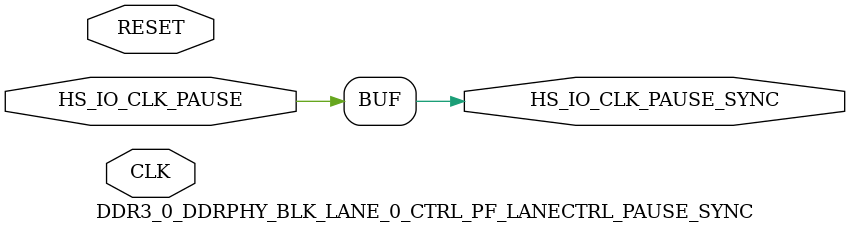
<source format=v>


module DDR3_0_DDRPHY_BLK_LANE_0_CTRL_PF_LANECTRL_PAUSE_SYNC( CLK, RESET, HS_IO_CLK_PAUSE, HS_IO_CLK_PAUSE_SYNC );
	
	input CLK, RESET, HS_IO_CLK_PAUSE;
	output HS_IO_CLK_PAUSE_SYNC;

	parameter ENABLE_PAUSE_EXTENSION = 2'b00;

	reg pause_reg_0, pause_reg_1, pause;
	wire pause_sync_0_i;

	generate 
		if( ENABLE_PAUSE_EXTENSION == 3'b000 ) begin : feed
			assign HS_IO_CLK_PAUSE_SYNC = HS_IO_CLK_PAUSE;
		end else if( ENABLE_PAUSE_EXTENSION == 3'b001 ) begin : pipe
			(* HS_IO_CLK_PAUSE_SYNC = 1, syn_keep = 1 *) SLE pause_sync_0(
				.CLK( CLK ),
				.D( HS_IO_CLK_PAUSE ),
				.Q( pause_sync_0_i ),
				.LAT( 1'b0 ),
				.EN( 1'b1 ),
				.ALn( ~RESET ),
				.ADn( 1'b1 ),
				.SLn( 1'b1 ),
				.SD( 1'b0 )
				);

			(* HS_IO_CLK_PAUSE_SYNC = 1, syn_keep = 1 *) SLE pause_sync (
				.CLK( CLK ),
				.D( pause_sync_0_i ),
				.Q( HS_IO_CLK_PAUSE_SYNC ),
				.LAT( 1'b0 ),
				.EN( 1'b1 ),
				.ALn( ~RESET ),
				.ADn( 1'b1 ),
				.SLn( 1'b1 ),
				.SD( 1'b0 )
				);
		end else if ( ENABLE_PAUSE_EXTENSION == 3'b010 ) begin : ext_pipe
			always @(posedge CLK or posedge RESET) begin : ext
				if( RESET == 1'b1 ) begin
					pause_reg_0 <= 1'b0;
					pause_reg_1 <= 1'b0;
					pause <= 1'b0;
				end else begin
					pause_reg_0 <= HS_IO_CLK_PAUSE;
					pause_reg_1 <= pause_reg_0;
					if( HS_IO_CLK_PAUSE == 1'b0 && pause_reg_0 ==1'b1 && pause_reg_1 == 1'b0 )
						pause <= 1'b1; // Extend by 1 cycle if the pulse is less than a cycle
					else
						pause <= HS_IO_CLK_PAUSE;
				end
			end

			(* HS_IO_CLK_PAUSE_SYNC = 1, syn_keep = 1 *) SLE pause_sync (
				.CLK( CLK ),
				.D( pause ),
				.Q( HS_IO_CLK_PAUSE_SYNC ),
				.LAT( 1'b0 ),
				.EN( 1'b1 ),
				.ALn( ~RESET ),
				.ADn( 1'b1 ),
				.SLn( 1'b1 ),
				.SD( 1'b0 )
				);
		end else if ( ENABLE_PAUSE_EXTENSION == 3'b011 ) begin : pipe_fall 
			(* HS_IO_CLK_PAUSE_SYNC = 1, syn_keep = 1 *) SLE pause_sync_0 (
				.CLK( CLK ),
				.D( HS_IO_CLK_PAUSE ),
				.Q( pause_sync_0_i ),
				.LAT( 1'b0 ),
				.EN( 1'b1 ),
				.ALn( ~RESET ),
				.ADn( 1'b1 ),
				.SLn( 1'b1 ),
				.SD( 1'b0 )
				);

			(* HS_IO_CLK_PAUSE_SYNC = 1, syn_keep = 1 *) SLE pause_sync (
				.CLK( ~CLK ),
				.D( pause_sync_0_i ),
				.Q( HS_IO_CLK_PAUSE_SYNC ),
				.LAT( 1'b0 ),
				.EN( 1'b1 ),
				.ALn( ~RESET ),
				.ADn( 1'b1 ),
				.SLn( 1'b1 ),
				.SD( 1'b0 )
				);
		end else if ( ENABLE_PAUSE_EXTENSION == 3'b100 ) begin : ext_pipe_fall 
			always @(posedge CLK or posedge RESET) begin : ext
				if( RESET == 1'b1 ) begin
					pause_reg_0 <= 1'b0;
					pause_reg_1 <= 1'b0;
					pause <= 1'b0;
				end else begin
					pause_reg_0 <= HS_IO_CLK_PAUSE;
					pause_reg_1 <= pause_reg_0;
					if( HS_IO_CLK_PAUSE == 1'b0 && pause_reg_0 ==1'b1 && pause_reg_1 == 1'b0 )
						pause <= 1'b1; // Extend by 1 cycle if the pulse is less than a cycle
					else
						pause <= HS_IO_CLK_PAUSE;
				end
			end

			(* HS_IO_CLK_PAUSE_SYNC = 1, syn_keep = 1 *) SLE pause_sync (
				.CLK( ~CLK ),
				.D( pause ),
				.Q( HS_IO_CLK_PAUSE_SYNC ),
				.LAT( 1'b0 ),
				.EN( 1'b1 ),
				.ALn( ~RESET ),
				.ADn( 1'b1 ),
				.SLn( 1'b1 ),
				.SD( 1'b0 )
				);
		end
	endgenerate

endmodule
</source>
